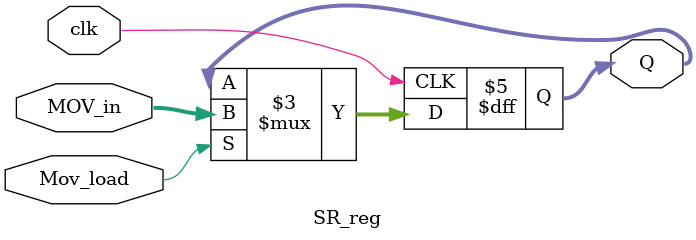
<source format=sv>
`timescale 1ns / 1ps


module SR_reg #(parameter N = 10)
(  
    input       [N-1:0]   MOV_in,
    input                 clk,

    input                 Mov_load,
    output reg  [N-1:0]   Q);  
     
 
 always @(posedge clk)
 begin      

          if(Mov_load)
              begin
                 Q <= MOV_in;
              end
          else 
              begin
                 Q <= Q;
              end   
              
              end
 endmodule 
</source>
